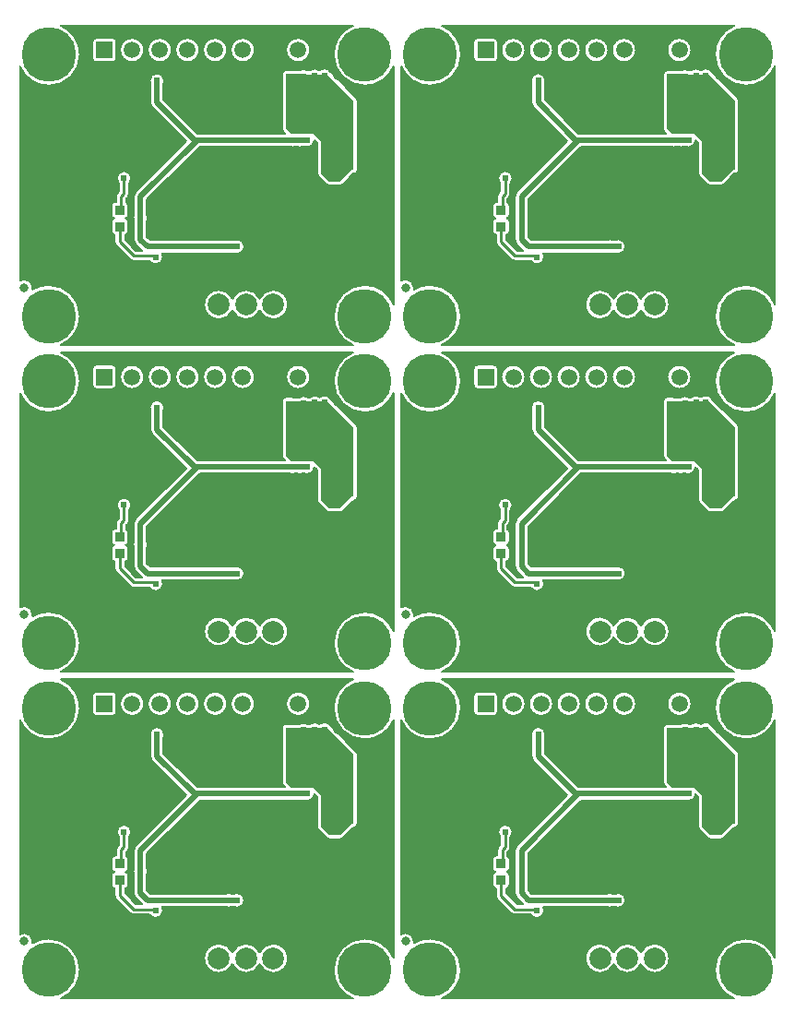
<source format=gbl>
G04 Layer: BottomLayer*
G04 EasyEDA Pro v2.1.64.d1969c9c.217bcf, 2025-01-15 01:44:41*
G04 Gerber Generator version 0.3*
G04 Scale: 100 percent, Rotated: No, Reflected: No*
G04 Dimensions in millimeters*
G04 Leading zeros omitted, absolute positions, 3 integers and 5 decimals*
G04 Panelize: V-CUT, Column: 2, Row: 3, Board Size: 35.001mm x 30mm, Panelized Board Size: 69.997mm x 89.992mm, Panelized Method: All Objects*
%FSLAX35Y35*%
%MOMM*%
%ADD8191C,0.2032*%
%ADD10C,5.0*%
%ADD11C,0.8*%
%ADD12R,1.5X1.5*%
%ADD13C,1.5*%
%ADD14C,2.0*%
%ADD15R,2.0X2.0*%
%ADD16R,0.86401X0.80648*%
%ADD17C,0.61*%
%ADD18C,0.5119*%
%ADD19C,0.508*%
%ADD20C,0.24*%
G75*


%SRX2Y3I34.99746J29.99746*%

G04 Copper Start*
G36*
G01X2914186Y-2700000D02*
G03X3090934Y-2964186I285814J0D01*
G01X409066D01*
G03X585814Y-2700000I-109066J264186D01*
G03X300000Y-2414186I-285814J0D01*
G03X149728Y-2456879I0J-285814D01*
G03X152014Y-2438400I-73528J18479D01*
G03X76200Y-2362586I-75814J0D01*
G03X35814Y-2374238I0J-75814D01*
G01Y-409066D01*
G03X300000Y-585814I264186J109066D01*
G03X585814Y-300000I0J285814D01*
G03X409066Y-35814I-285814J0D01*
G01X3090934D01*
G03X2914186Y-300000I109066J-264186D01*
G03X3200000Y-585814I285814J0D01*
G03X3464186Y-409066I0J285814D01*
G01Y-2590934D01*
G03X3200000Y-2414186I-264186J-109066D01*
G03X2914186Y-2700000I0J-285814D01*
G37*
%LPC*%
G36*
G01X1282700Y-2225314D02*
G03X1349014Y-2159000I0J66314D01*
G03X1338893Y-2123788I-66314J0D01*
G01X1926300D01*
G03X1951803Y-2128888I25503J61214D01*
G03X1977306Y-2123788I0J66314D01*
G01X2004145D01*
G03X2029648Y-2128888I25503J61214D01*
G03X2095962Y-2062574I0J66314D01*
G03X2029648Y-1996260I-66314J0D01*
G03X2004145Y-2001360I0J-66314D01*
G01X1977306D01*
G03X1951803Y-1996260I-25503J-61214D01*
G03X1926300Y-2001360I0J-66314D01*
G01X1229504D01*
G01X1201862Y-1973718D01*
G01Y-1821377D01*
G03X1206962Y-1795874I-61214J25503D01*
G03X1201862Y-1770371I-66314J0D01*
G01Y-1630730D01*
G01X1686704Y-1145888D01*
G01X2512145D01*
G03X2537648Y-1150988I25503J61214D01*
G03X2563151Y-1145888I0J66314D01*
G01X2577634D01*
G03X2603137Y-1150988I25503J61214D01*
G03X2628639Y-1145888I0J66314D01*
G01X2647008D01*
G03X2672511Y-1150988I25503J61214D01*
G03X2738701Y-1088726I0J66314D01*
G01X2762184Y-1112209D01*
G01Y-1388298D01*
G03X2772674Y-1413623I35814J0D01*
G01X2850050Y-1490998D01*
G03X2875374Y-1501488I25324J25324D01*
G01X2974220D01*
G03X2999545Y-1490998I0J35814D01*
G01X3095829Y-1394714D01*
G01X3098800D01*
G03X3134614Y-1358900I0J35814D01*
G01Y-723900D01*
G03X3124124Y-698576I-35814J0D01*
G01X2888117Y-462568D01*
G03X2829748Y-427729I-58369J-31474D01*
G03X2784837Y-445252I0J-66314D01*
G03X2740848Y-428562I-43989J-49624D01*
G03X2696182Y-445861I0J-66314D01*
G01X2676688Y-445740D01*
G03X2639248Y-434160I-37440J-54734D01*
G03X2602492Y-445279I0J-66314D01*
G01X2476997Y-444498D01*
G01X2476775Y-444497D01*
G03X2440961Y-480311I0J-35814D01*
G01Y-982175D01*
G03X2451450Y-1007499I35814J0D01*
G01X2467411Y-1023460D01*
G01X1661348D01*
G01X1661304D01*
G01X1354262Y-716418D01*
G01Y-564077D01*
G03X1359362Y-538574I-61214J25503D01*
G03X1293048Y-472260I-66314J0D01*
G03X1226734Y-538574I0J-66314D01*
G03X1231834Y-564077I66314J0D01*
G01Y-741774D01*
G03X1249763Y-785059I61214J0D01*
G01X1562079Y-1097374D01*
G01X1097363Y-1562089D01*
G03X1079434Y-1605374I43285J-43285D01*
G01Y-1770371D01*
G03X1074334Y-1795874I61214J-25503D01*
G03X1079434Y-1821377I66314J0D01*
G01Y-1999074D01*
G03X1097363Y-2042359I61214J0D01*
G01X1153491Y-2098486D01*
G01X1099305D01*
G01X1000314Y-1999495D01*
G01Y-1954576D01*
G03X1031514Y-1919060I-4614J35516D01*
G01Y-1838413D01*
G03X1003234Y-1803400I-35814J0D01*
G03X1031514Y-1768387I-7534J35013D01*
G01Y-1687740D01*
G03X1013014Y-1656389I-35814J0D01*
G01Y-1620869D01*
G01X1024410Y-1609473D01*
G03X1038414Y-1575664I-33810J33810D01*
G01Y-1481050D01*
G03X1056914Y-1435100I-47814J45950D01*
G03X990600Y-1368786I-66314J0D01*
G03X924286Y-1435100I0J-66314D01*
G03X942786Y-1481050I66314J0D01*
G01Y-1555858D01*
G01X931390Y-1567254D01*
G03X917386Y-1601064I33810J-33810D01*
G01Y-1651926D01*
G01X909300D01*
G03X873486Y-1687740I0J-35814D01*
G01Y-1768387D01*
G03X901766Y-1803400I35814J0D01*
G03X873486Y-1838413I7534J-35013D01*
G01Y-1919060D01*
G03X904686Y-1954576I35814J0D01*
G01Y-2019300D01*
G03X918690Y-2053110I47814J0D01*
G01X1045690Y-2180110D01*
G03X1079500Y-2194114I33810J33810D01*
G01X1226446D01*
G03X1282700Y-2225314I56254J35114D01*
G37*
G36*
G01X1985653Y-2648387D02*
G03X2110659Y-2731108I125006J53093D01*
G03X2235653Y-2648417I0J135814D01*
G03X2360646Y-2731108I124993J53123D01*
G03X2496460Y-2595295I0J135814D01*
G03X2360646Y-2459481I-135814J0D01*
G03X2235653Y-2542172I0J-135814D01*
G03X2110659Y-2459481I-124993J-53123D01*
G03X1985653Y-2542202I0J-135814D01*
G03X1860647Y-2459481I-125006J-53093D01*
G03X1724833Y-2595295I0J-135814D01*
G03X1860647Y-2731108I135814J0D01*
G03X1985653Y-2648387I0J135814D01*
G37*
G36*
G01X2588448Y-369988D02*
G03X2699262Y-259174I0J110814D01*
G03X2588448Y-148360I-110814J0D01*
G03X2477634Y-259174I0J-110814D01*
G03X2588448Y-369988I110814J0D01*
G37*
G36*
G01X1826448Y-369988D02*
G03X1937262Y-259174I0J110814D01*
G03X1826448Y-148360I-110814J0D01*
G03X1715634Y-259174I0J-110814D01*
G03X1826448Y-369988I110814J0D01*
G37*
G36*
G01X2080448Y-369988D02*
G03X2191262Y-259174I0J110814D01*
G03X2080448Y-148360I-110814J0D01*
G03X1969634Y-259174I0J-110814D01*
G03X2080448Y-369988I110814J0D01*
G37*
G36*
G01X885448Y-369988D02*
G03X921262Y-334174I0J35814D01*
G01Y-184174D01*
G03X885448Y-148360I-35814J0D01*
G01X735448D01*
G03X699634Y-184174I0J-35814D01*
G01Y-334174D01*
G03X735448Y-369988I35814J0D01*
G01X885448D01*
G37*
G36*
G01X1572448Y-369988D02*
G03X1683262Y-259174I0J110814D01*
G03X1572448Y-148360I-110814J0D01*
G03X1461634Y-259174I0J-110814D01*
G03X1572448Y-369988I110814J0D01*
G37*
G36*
G01X1207634Y-259174D02*
G03X1318448Y-369988I110814J0D01*
G03X1429262Y-259174I0J110814D01*
G03X1318448Y-148360I-110814J0D01*
G03X1207634Y-259174I0J-110814D01*
G37*
G36*
G01X953634Y-259174D02*
G03X1064448Y-369988I110814J0D01*
G03X1175262Y-259174I0J110814D01*
G03X1064448Y-148360I-110814J0D01*
G03X953634Y-259174I0J-110814D01*
G37*
%LPD*%
G54D8191*
G01X2914186Y-2700000D02*
G03X3090934Y-2964186I285814J0D01*
G01X409066D01*
G03X585814Y-2700000I-109066J264186D01*
G03X300000Y-2414186I-285814J0D01*
G03X149728Y-2456879I0J-285814D01*
G03X152014Y-2438400I-73528J18479D01*
G03X76200Y-2362586I-75814J0D01*
G03X35814Y-2374238I0J-75814D01*
G01Y-409066D01*
G03X300000Y-585814I264186J109066D01*
G03X585814Y-300000I0J285814D01*
G03X409066Y-35814I-285814J0D01*
G01X3090934D01*
G03X2914186Y-300000I109066J-264186D01*
G03X3200000Y-585814I285814J0D01*
G03X3464186Y-409066I0J285814D01*
G01Y-2590934D01*
G03X3200000Y-2414186I-264186J-109066D01*
G03X2914186Y-2700000I0J-285814D01*
G01X1282700Y-2225314D02*
G03X1349014Y-2159000I0J66314D01*
G03X1338893Y-2123788I-66314J0D01*
G01X1926300D01*
G03X1951803Y-2128888I25503J61214D01*
G03X1977306Y-2123788I0J66314D01*
G01X2004145D01*
G03X2029648Y-2128888I25503J61214D01*
G03X2095962Y-2062574I0J66314D01*
G03X2029648Y-1996260I-66314J0D01*
G03X2004145Y-2001360I0J-66314D01*
G01X1977306D01*
G03X1951803Y-1996260I-25503J-61214D01*
G03X1926300Y-2001360I0J-66314D01*
G01X1229504D01*
G01X1201862Y-1973718D01*
G01Y-1821377D01*
G03X1206962Y-1795874I-61214J25503D01*
G03X1201862Y-1770371I-66314J0D01*
G01Y-1630730D01*
G01X1686704Y-1145888D01*
G01X2512145D01*
G03X2537648Y-1150988I25503J61214D01*
G03X2563151Y-1145888I0J66314D01*
G01X2577634D01*
G03X2603137Y-1150988I25503J61214D01*
G03X2628639Y-1145888I0J66314D01*
G01X2647008D01*
G03X2672511Y-1150988I25503J61214D01*
G03X2738701Y-1088726I0J66314D01*
G01X2762184Y-1112209D01*
G01Y-1388298D01*
G03X2772674Y-1413623I35814J0D01*
G01X2850050Y-1490998D01*
G03X2875374Y-1501488I25324J25324D01*
G01X2974220D01*
G03X2999545Y-1490998I0J35814D01*
G01X3095829Y-1394714D01*
G01X3098800D01*
G03X3134614Y-1358900I0J35814D01*
G01Y-723900D01*
G03X3124124Y-698576I-35814J0D01*
G01X2888117Y-462568D01*
G03X2829748Y-427729I-58369J-31474D01*
G03X2784837Y-445252I0J-66314D01*
G03X2740848Y-428562I-43989J-49624D01*
G03X2696182Y-445861I0J-66314D01*
G01X2676688Y-445740D01*
G03X2639248Y-434160I-37440J-54734D01*
G03X2602492Y-445279I0J-66314D01*
G01X2476997Y-444498D01*
G01X2476775Y-444497D01*
G03X2440961Y-480311I0J-35814D01*
G01Y-982175D01*
G03X2451450Y-1007499I35814J0D01*
G01X2467411Y-1023460D01*
G01X1661348D01*
G01X1661304D01*
G01X1354262Y-716418D01*
G01Y-564077D01*
G03X1359362Y-538574I-61214J25503D01*
G03X1293048Y-472260I-66314J0D01*
G03X1226734Y-538574I0J-66314D01*
G03X1231834Y-564077I66314J0D01*
G01Y-741774D01*
G03X1249763Y-785059I61214J0D01*
G01X1562079Y-1097374D01*
G01X1097363Y-1562089D01*
G03X1079434Y-1605374I43285J-43285D01*
G01Y-1770371D01*
G03X1074334Y-1795874I61214J-25503D01*
G03X1079434Y-1821377I66314J0D01*
G01Y-1999074D01*
G03X1097363Y-2042359I61214J0D01*
G01X1153491Y-2098486D01*
G01X1099305D01*
G01X1000314Y-1999495D01*
G01Y-1954576D01*
G03X1031514Y-1919060I-4614J35516D01*
G01Y-1838413D01*
G03X1003234Y-1803400I-35814J0D01*
G03X1031514Y-1768387I-7534J35013D01*
G01Y-1687740D01*
G03X1013014Y-1656389I-35814J0D01*
G01Y-1620869D01*
G01X1024410Y-1609473D01*
G03X1038414Y-1575664I-33810J33810D01*
G01Y-1481050D01*
G03X1056914Y-1435100I-47814J45950D01*
G03X990600Y-1368786I-66314J0D01*
G03X924286Y-1435100I0J-66314D01*
G03X942786Y-1481050I66314J0D01*
G01Y-1555858D01*
G01X931390Y-1567254D01*
G03X917386Y-1601064I33810J-33810D01*
G01Y-1651926D01*
G01X909300D01*
G03X873486Y-1687740I0J-35814D01*
G01Y-1768387D01*
G03X901766Y-1803400I35814J0D01*
G03X873486Y-1838413I7534J-35013D01*
G01Y-1919060D01*
G03X904686Y-1954576I35814J0D01*
G01Y-2019300D01*
G03X918690Y-2053110I47814J0D01*
G01X1045690Y-2180110D01*
G03X1079500Y-2194114I33810J33810D01*
G01X1226446D01*
G03X1282700Y-2225314I56254J35114D01*
G01X1985653Y-2648387D02*
G03X2110659Y-2731108I125006J53093D01*
G03X2235653Y-2648417I0J135814D01*
G03X2360646Y-2731108I124993J53123D01*
G03X2496460Y-2595295I0J135814D01*
G03X2360646Y-2459481I-135814J0D01*
G03X2235653Y-2542172I0J-135814D01*
G03X2110659Y-2459481I-124993J-53123D01*
G03X1985653Y-2542202I0J-135814D01*
G03X1860647Y-2459481I-125006J-53093D01*
G03X1724833Y-2595295I0J-135814D01*
G03X1860647Y-2731108I135814J0D01*
G03X1985653Y-2648387I0J135814D01*
G01X2588448Y-369988D02*
G03X2699262Y-259174I0J110814D01*
G03X2588448Y-148360I-110814J0D01*
G03X2477634Y-259174I0J-110814D01*
G03X2588448Y-369988I110814J0D01*
G01X1826448Y-369988D02*
G03X1937262Y-259174I0J110814D01*
G03X1826448Y-148360I-110814J0D01*
G03X1715634Y-259174I0J-110814D01*
G03X1826448Y-369988I110814J0D01*
G01X2080448Y-369988D02*
G03X2191262Y-259174I0J110814D01*
G03X2080448Y-148360I-110814J0D01*
G03X1969634Y-259174I0J-110814D01*
G03X2080448Y-369988I110814J0D01*
G01X885448Y-369988D02*
G03X921262Y-334174I0J35814D01*
G01Y-184174D01*
G03X885448Y-148360I-35814J0D01*
G01X735448D01*
G03X699634Y-184174I0J-35814D01*
G01Y-334174D01*
G03X735448Y-369988I35814J0D01*
G01X885448D01*
G01X1572448Y-369988D02*
G03X1683262Y-259174I0J110814D01*
G03X1572448Y-148360I-110814J0D01*
G03X1461634Y-259174I0J-110814D01*
G03X1572448Y-369988I110814J0D01*
G01X1207634Y-259174D02*
G03X1318448Y-369988I110814J0D01*
G03X1429262Y-259174I0J110814D01*
G03X1318448Y-148360I-110814J0D01*
G03X1207634Y-259174I0J-110814D01*
G01X953634Y-259174D02*
G03X1064448Y-369988I110814J0D01*
G03X1175262Y-259174I0J110814D01*
G03X1064448Y-148360I-110814J0D01*
G03X953634Y-259174I0J-110814D01*
G04 Copper End*

G04 PolygonModel Start*
G36*
G01X2476775Y-480311D02*
G01X2476775Y-982175D01*
G01X2524948Y-1030349D01*
G01X2730973D01*
G01X2797998Y-1097374D01*
G01Y-1388298D01*
G01X2875374Y-1465674D01*
G01X2974220D01*
G01X3080994Y-1358900D01*
G01X3098800D01*
G01Y-723900D01*
G01X2857500Y-482600D01*
G01X2844800D01*
G01X2476775Y-480311D01*
G37*
G04 PolygonModel End*

G04 Pad Start*
G54D10*
G01X3200000Y-2700000D03*
G01X3200000Y-300000D03*
G01X300000Y-300000D03*
G01X300000Y-2700000D03*
G54D11*
G01X76200Y-2438400D03*
G01X228600Y-2374900D03*
G01X431800Y-2374900D03*
G01X558800Y-2489200D03*
G01X622300Y-2641600D03*
G01X622300Y-2806700D03*
G01X546100Y-2921000D03*
G01X2933700Y-2914650D03*
G01X2882900Y-2762250D03*
G01X2895600Y-2571750D03*
G01X2997200Y-2444750D03*
G01X3136900Y-2368550D03*
G01X3302000Y-2368550D03*
G01X3416300Y-2444750D03*
G01X3422650Y-558800D03*
G01X3270250Y-609600D03*
G01X3079750Y-596900D03*
G01X2952750Y-495300D03*
G01X2876550Y-355600D03*
G01X2876550Y-190500D03*
G01X2952750Y-76200D03*
G01X546100Y-76200D03*
G01X609600Y-215900D03*
G01X330200Y-622300D03*
G01X177800Y-603250D03*
G01X76200Y-546100D03*
G54D12*
G01X810448Y-259174D03*
G54D13*
G01X1064448Y-259174D03*
G01X1318448Y-259174D03*
G01X1572448Y-259174D03*
G01X1826448Y-259174D03*
G01X2080448Y-259174D03*
G01X2334448Y-259174D03*
G01X2588448Y-259174D03*
G54D14*
G01X1860647Y-2595295D03*
G01X2110659Y-2595295D03*
G01X2360646Y-2595295D03*
G54D15*
G01X2610658Y-2595295D03*
G54D16*
G01X952500Y-1878736D03*
G01X952500Y-1728064D03*
G04 Pad End*

G04 Via Start*
G54D17*
G01X2537648Y-1084674D03*
G01X2603137Y-1084674D03*
G01X2672511Y-1084674D03*
G01X2740848Y-856074D03*
G01X2823897Y-856074D03*
G01X2931348Y-856074D03*
G01X3045648Y-856074D03*
G01X2740848Y-741774D03*
G01X2740848Y-633130D03*
G01X2740848Y-494876D03*
G01X2829748Y-740941D03*
G01X2829748Y-632297D03*
G01X2829748Y-494043D03*
G01X2931348Y-741774D03*
G01X2931348Y-627474D03*
G01X3048000Y-749300D03*
G01X2639248Y-500474D03*
G01X2639248Y-856074D03*
G01X2639248Y-741774D03*
G01X2639248Y-627474D03*
G01X1140648Y-1795874D03*
G01X1293048Y-538574D03*
G01X2029648Y-2062574D03*
G01X1951803Y-2062574D03*
G01X743295Y-668542D03*
G01X668208Y-1707962D03*
G01X202406Y-1886134D03*
G01X1353697Y-1705264D03*
G01X1104900Y-1371600D03*
G01X2606926Y-1516479D03*
G01X2573982Y-1573796D03*
G01X2608761Y-1633095D03*
G01X2579561Y-1692394D03*
G01X3136762Y-2136668D03*
G01X2917406Y-2144596D03*
G01X2692763Y-2149221D03*
G01X2793192Y-2079186D03*
G01X3036994Y-2073900D03*
G01X1930400Y-1206500D03*
G01X990600Y-1435100D03*
G01X1282700Y-2159000D03*
G04 Via End*

G04 Track Start*
G54D19*
G01X2672511Y-1084674D02*
G01X2603137Y-1084674D01*
G01X2537648D01*
G01X1661348D01*
G01X1140648Y-1605374D01*
G01Y-1795874D01*
G01X1293048Y-538574D02*
G01X1293048Y-741774D01*
G01X1635948Y-1084674D01*
G01X1661348D01*
G01X1140648Y-1795874D02*
G01X1140648Y-1999074D01*
G01X1204148Y-2062574D01*
G01X1951803D01*
G01X2029648D01*
G54D20*
G01X990600Y-1435100D02*
G01X990600Y-1575664D01*
G01X965200Y-1601064D01*
G01Y-1689964D01*
G01X952500Y-1878736D02*
G01X952500Y-2019300D01*
G01X1079500Y-2146300D01*
G01X1282700D01*
G01Y-2159000D01*
G04 Track End*
%SR*%

M02*

</source>
